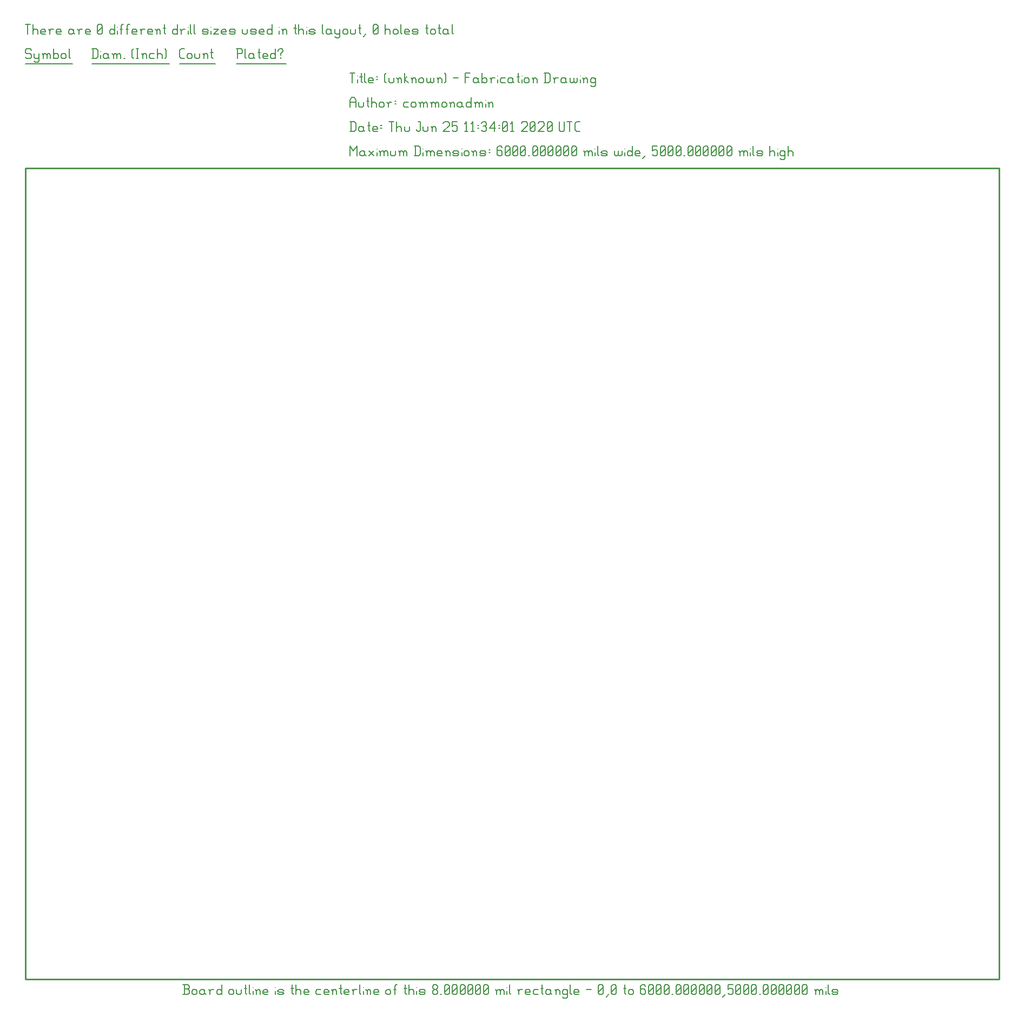
<source format=gbr>
G04 start of page 16 for group -3984 idx -3984 *
G04 Title: (unknown), fab *
G04 Creator: pcb 4.2.0 *
G04 CreationDate: Thu Jun 25 11:34:01 2020 UTC *
G04 For: commonadmin *
G04 Format: Gerber/RS-274X *
G04 PCB-Dimensions (mil): 6000.00 5000.00 *
G04 PCB-Coordinate-Origin: lower left *
%MOIN*%
%FSLAX25Y25*%
%LNFAB*%
%ADD16C,0.0100*%
%ADD15C,0.0075*%
%ADD14C,0.0060*%
G54D14*X3000Y573500D02*X3750Y572750D01*
X750Y573500D02*X3000D01*
X0Y572750D02*X750Y573500D01*
X0Y572750D02*Y571250D01*
X750Y570500D01*
X3000D01*
X3750Y569750D01*
Y568250D01*
X3000Y567500D02*X3750Y568250D01*
X750Y567500D02*X3000D01*
X0Y568250D02*X750Y567500D01*
X5550Y570500D02*Y568250D01*
X6300Y567500D01*
X8550Y570500D02*Y566000D01*
X7800Y565250D02*X8550Y566000D01*
X6300Y565250D02*X7800D01*
X5550Y566000D02*X6300Y565250D01*
Y567500D02*X7800D01*
X8550Y568250D01*
X11100Y569750D02*Y567500D01*
Y569750D02*X11850Y570500D01*
X12600D01*
X13350Y569750D01*
Y567500D01*
Y569750D02*X14100Y570500D01*
X14850D01*
X15600Y569750D01*
Y567500D01*
X10350Y570500D02*X11100Y569750D01*
X17400Y573500D02*Y567500D01*
Y568250D02*X18150Y567500D01*
X19650D01*
X20400Y568250D01*
Y569750D02*Y568250D01*
X19650Y570500D02*X20400Y569750D01*
X18150Y570500D02*X19650D01*
X17400Y569750D02*X18150Y570500D01*
X22200Y569750D02*Y568250D01*
Y569750D02*X22950Y570500D01*
X24450D01*
X25200Y569750D01*
Y568250D01*
X24450Y567500D02*X25200Y568250D01*
X22950Y567500D02*X24450D01*
X22200Y568250D02*X22950Y567500D01*
X27000Y573500D02*Y568250D01*
X27750Y567500D01*
X0Y564250D02*X29250D01*
X41750Y573500D02*Y567500D01*
X43700Y573500D02*X44750Y572450D01*
Y568550D01*
X43700Y567500D02*X44750Y568550D01*
X41000Y567500D02*X43700D01*
X41000Y573500D02*X43700D01*
G54D15*X46550Y572000D02*Y571850D01*
G54D14*Y569750D02*Y567500D01*
X50300Y570500D02*X51050Y569750D01*
X48800Y570500D02*X50300D01*
X48050Y569750D02*X48800Y570500D01*
X48050Y569750D02*Y568250D01*
X48800Y567500D01*
X51050Y570500D02*Y568250D01*
X51800Y567500D01*
X48800D02*X50300D01*
X51050Y568250D01*
X54350Y569750D02*Y567500D01*
Y569750D02*X55100Y570500D01*
X55850D01*
X56600Y569750D01*
Y567500D01*
Y569750D02*X57350Y570500D01*
X58100D01*
X58850Y569750D01*
Y567500D01*
X53600Y570500D02*X54350Y569750D01*
X60650Y567500D02*X61400D01*
X65900Y568250D02*X66650Y567500D01*
X65900Y572750D02*X66650Y573500D01*
X65900Y572750D02*Y568250D01*
X68450Y573500D02*X69950D01*
X69200D02*Y567500D01*
X68450D02*X69950D01*
X72500Y569750D02*Y567500D01*
Y569750D02*X73250Y570500D01*
X74000D01*
X74750Y569750D01*
Y567500D01*
X71750Y570500D02*X72500Y569750D01*
X77300Y570500D02*X79550D01*
X76550Y569750D02*X77300Y570500D01*
X76550Y569750D02*Y568250D01*
X77300Y567500D01*
X79550D01*
X81350Y573500D02*Y567500D01*
Y569750D02*X82100Y570500D01*
X83600D01*
X84350Y569750D01*
Y567500D01*
X86150Y573500D02*X86900Y572750D01*
Y568250D01*
X86150Y567500D02*X86900Y568250D01*
X41000Y564250D02*X88700D01*
X96050Y567500D02*X98000D01*
X95000Y568550D02*X96050Y567500D01*
X95000Y572450D02*Y568550D01*
Y572450D02*X96050Y573500D01*
X98000D01*
X99800Y569750D02*Y568250D01*
Y569750D02*X100550Y570500D01*
X102050D01*
X102800Y569750D01*
Y568250D01*
X102050Y567500D02*X102800Y568250D01*
X100550Y567500D02*X102050D01*
X99800Y568250D02*X100550Y567500D01*
X104600Y570500D02*Y568250D01*
X105350Y567500D01*
X106850D01*
X107600Y568250D01*
Y570500D02*Y568250D01*
X110150Y569750D02*Y567500D01*
Y569750D02*X110900Y570500D01*
X111650D01*
X112400Y569750D01*
Y567500D01*
X109400Y570500D02*X110150Y569750D01*
X114950Y573500D02*Y568250D01*
X115700Y567500D01*
X114200Y571250D02*X115700D01*
X95000Y564250D02*X117200D01*
X130750Y573500D02*Y567500D01*
X130000Y573500D02*X133000D01*
X133750Y572750D01*
Y571250D01*
X133000Y570500D02*X133750Y571250D01*
X130750Y570500D02*X133000D01*
X135550Y573500D02*Y568250D01*
X136300Y567500D01*
X140050Y570500D02*X140800Y569750D01*
X138550Y570500D02*X140050D01*
X137800Y569750D02*X138550Y570500D01*
X137800Y569750D02*Y568250D01*
X138550Y567500D01*
X140800Y570500D02*Y568250D01*
X141550Y567500D01*
X138550D02*X140050D01*
X140800Y568250D01*
X144100Y573500D02*Y568250D01*
X144850Y567500D01*
X143350Y571250D02*X144850D01*
X147100Y567500D02*X149350D01*
X146350Y568250D02*X147100Y567500D01*
X146350Y569750D02*Y568250D01*
Y569750D02*X147100Y570500D01*
X148600D01*
X149350Y569750D01*
X146350Y569000D02*X149350D01*
Y569750D02*Y569000D01*
X154150Y573500D02*Y567500D01*
X153400D02*X154150Y568250D01*
X151900Y567500D02*X153400D01*
X151150Y568250D02*X151900Y567500D01*
X151150Y569750D02*Y568250D01*
Y569750D02*X151900Y570500D01*
X153400D01*
X154150Y569750D01*
X157450Y570500D02*Y569750D01*
Y568250D02*Y567500D01*
X155950Y572750D02*Y572000D01*
Y572750D02*X156700Y573500D01*
X158200D01*
X158950Y572750D01*
Y572000D01*
X157450Y570500D02*X158950Y572000D01*
X130000Y564250D02*X160750D01*
X0Y588500D02*X3000D01*
X1500D02*Y582500D01*
X4800Y588500D02*Y582500D01*
Y584750D02*X5550Y585500D01*
X7050D01*
X7800Y584750D01*
Y582500D01*
X10350D02*X12600D01*
X9600Y583250D02*X10350Y582500D01*
X9600Y584750D02*Y583250D01*
Y584750D02*X10350Y585500D01*
X11850D01*
X12600Y584750D01*
X9600Y584000D02*X12600D01*
Y584750D02*Y584000D01*
X15150Y584750D02*Y582500D01*
Y584750D02*X15900Y585500D01*
X17400D01*
X14400D02*X15150Y584750D01*
X19950Y582500D02*X22200D01*
X19200Y583250D02*X19950Y582500D01*
X19200Y584750D02*Y583250D01*
Y584750D02*X19950Y585500D01*
X21450D01*
X22200Y584750D01*
X19200Y584000D02*X22200D01*
Y584750D02*Y584000D01*
X28950Y585500D02*X29700Y584750D01*
X27450Y585500D02*X28950D01*
X26700Y584750D02*X27450Y585500D01*
X26700Y584750D02*Y583250D01*
X27450Y582500D01*
X29700Y585500D02*Y583250D01*
X30450Y582500D01*
X27450D02*X28950D01*
X29700Y583250D01*
X33000Y584750D02*Y582500D01*
Y584750D02*X33750Y585500D01*
X35250D01*
X32250D02*X33000Y584750D01*
X37800Y582500D02*X40050D01*
X37050Y583250D02*X37800Y582500D01*
X37050Y584750D02*Y583250D01*
Y584750D02*X37800Y585500D01*
X39300D01*
X40050Y584750D01*
X37050Y584000D02*X40050D01*
Y584750D02*Y584000D01*
X44550Y583250D02*X45300Y582500D01*
X44550Y587750D02*Y583250D01*
Y587750D02*X45300Y588500D01*
X46800D01*
X47550Y587750D01*
Y583250D01*
X46800Y582500D02*X47550Y583250D01*
X45300Y582500D02*X46800D01*
X44550Y584000D02*X47550Y587000D01*
X55050Y588500D02*Y582500D01*
X54300D02*X55050Y583250D01*
X52800Y582500D02*X54300D01*
X52050Y583250D02*X52800Y582500D01*
X52050Y584750D02*Y583250D01*
Y584750D02*X52800Y585500D01*
X54300D01*
X55050Y584750D01*
G54D15*X56850Y587000D02*Y586850D01*
G54D14*Y584750D02*Y582500D01*
X59100Y587750D02*Y582500D01*
Y587750D02*X59850Y588500D01*
X60600D01*
X58350Y585500D02*X59850D01*
X62850Y587750D02*Y582500D01*
Y587750D02*X63600Y588500D01*
X64350D01*
X62100Y585500D02*X63600D01*
X66600Y582500D02*X68850D01*
X65850Y583250D02*X66600Y582500D01*
X65850Y584750D02*Y583250D01*
Y584750D02*X66600Y585500D01*
X68100D01*
X68850Y584750D01*
X65850Y584000D02*X68850D01*
Y584750D02*Y584000D01*
X71400Y584750D02*Y582500D01*
Y584750D02*X72150Y585500D01*
X73650D01*
X70650D02*X71400Y584750D01*
X76200Y582500D02*X78450D01*
X75450Y583250D02*X76200Y582500D01*
X75450Y584750D02*Y583250D01*
Y584750D02*X76200Y585500D01*
X77700D01*
X78450Y584750D01*
X75450Y584000D02*X78450D01*
Y584750D02*Y584000D01*
X81000Y584750D02*Y582500D01*
Y584750D02*X81750Y585500D01*
X82500D01*
X83250Y584750D01*
Y582500D01*
X80250Y585500D02*X81000Y584750D01*
X85800Y588500D02*Y583250D01*
X86550Y582500D01*
X85050Y586250D02*X86550D01*
X93750Y588500D02*Y582500D01*
X93000D02*X93750Y583250D01*
X91500Y582500D02*X93000D01*
X90750Y583250D02*X91500Y582500D01*
X90750Y584750D02*Y583250D01*
Y584750D02*X91500Y585500D01*
X93000D01*
X93750Y584750D01*
X96300D02*Y582500D01*
Y584750D02*X97050Y585500D01*
X98550D01*
X95550D02*X96300Y584750D01*
G54D15*X100350Y587000D02*Y586850D01*
G54D14*Y584750D02*Y582500D01*
X101850Y588500D02*Y583250D01*
X102600Y582500D01*
X104100Y588500D02*Y583250D01*
X104850Y582500D01*
X109800D02*X112050D01*
X112800Y583250D01*
X112050Y584000D02*X112800Y583250D01*
X109800Y584000D02*X112050D01*
X109050Y584750D02*X109800Y584000D01*
X109050Y584750D02*X109800Y585500D01*
X112050D01*
X112800Y584750D01*
X109050Y583250D02*X109800Y582500D01*
G54D15*X114600Y587000D02*Y586850D01*
G54D14*Y584750D02*Y582500D01*
X116100Y585500D02*X119100D01*
X116100Y582500D02*X119100Y585500D01*
X116100Y582500D02*X119100D01*
X121650D02*X123900D01*
X120900Y583250D02*X121650Y582500D01*
X120900Y584750D02*Y583250D01*
Y584750D02*X121650Y585500D01*
X123150D01*
X123900Y584750D01*
X120900Y584000D02*X123900D01*
Y584750D02*Y584000D01*
X126450Y582500D02*X128700D01*
X129450Y583250D01*
X128700Y584000D02*X129450Y583250D01*
X126450Y584000D02*X128700D01*
X125700Y584750D02*X126450Y584000D01*
X125700Y584750D02*X126450Y585500D01*
X128700D01*
X129450Y584750D01*
X125700Y583250D02*X126450Y582500D01*
X133950Y585500D02*Y583250D01*
X134700Y582500D01*
X136200D01*
X136950Y583250D01*
Y585500D02*Y583250D01*
X139500Y582500D02*X141750D01*
X142500Y583250D01*
X141750Y584000D02*X142500Y583250D01*
X139500Y584000D02*X141750D01*
X138750Y584750D02*X139500Y584000D01*
X138750Y584750D02*X139500Y585500D01*
X141750D01*
X142500Y584750D01*
X138750Y583250D02*X139500Y582500D01*
X145050D02*X147300D01*
X144300Y583250D02*X145050Y582500D01*
X144300Y584750D02*Y583250D01*
Y584750D02*X145050Y585500D01*
X146550D01*
X147300Y584750D01*
X144300Y584000D02*X147300D01*
Y584750D02*Y584000D01*
X152100Y588500D02*Y582500D01*
X151350D02*X152100Y583250D01*
X149850Y582500D02*X151350D01*
X149100Y583250D02*X149850Y582500D01*
X149100Y584750D02*Y583250D01*
Y584750D02*X149850Y585500D01*
X151350D01*
X152100Y584750D01*
G54D15*X156600Y587000D02*Y586850D01*
G54D14*Y584750D02*Y582500D01*
X158850Y584750D02*Y582500D01*
Y584750D02*X159600Y585500D01*
X160350D01*
X161100Y584750D01*
Y582500D01*
X158100Y585500D02*X158850Y584750D01*
X166350Y588500D02*Y583250D01*
X167100Y582500D01*
X165600Y586250D02*X167100D01*
X168600Y588500D02*Y582500D01*
Y584750D02*X169350Y585500D01*
X170850D01*
X171600Y584750D01*
Y582500D01*
G54D15*X173400Y587000D02*Y586850D01*
G54D14*Y584750D02*Y582500D01*
X175650D02*X177900D01*
X178650Y583250D01*
X177900Y584000D02*X178650Y583250D01*
X175650Y584000D02*X177900D01*
X174900Y584750D02*X175650Y584000D01*
X174900Y584750D02*X175650Y585500D01*
X177900D01*
X178650Y584750D01*
X174900Y583250D02*X175650Y582500D01*
X183150Y588500D02*Y583250D01*
X183900Y582500D01*
X187650Y585500D02*X188400Y584750D01*
X186150Y585500D02*X187650D01*
X185400Y584750D02*X186150Y585500D01*
X185400Y584750D02*Y583250D01*
X186150Y582500D01*
X188400Y585500D02*Y583250D01*
X189150Y582500D01*
X186150D02*X187650D01*
X188400Y583250D01*
X190950Y585500D02*Y583250D01*
X191700Y582500D01*
X193950Y585500D02*Y581000D01*
X193200Y580250D02*X193950Y581000D01*
X191700Y580250D02*X193200D01*
X190950Y581000D02*X191700Y580250D01*
Y582500D02*X193200D01*
X193950Y583250D01*
X195750Y584750D02*Y583250D01*
Y584750D02*X196500Y585500D01*
X198000D01*
X198750Y584750D01*
Y583250D01*
X198000Y582500D02*X198750Y583250D01*
X196500Y582500D02*X198000D01*
X195750Y583250D02*X196500Y582500D01*
X200550Y585500D02*Y583250D01*
X201300Y582500D01*
X202800D01*
X203550Y583250D01*
Y585500D02*Y583250D01*
X206100Y588500D02*Y583250D01*
X206850Y582500D01*
X205350Y586250D02*X206850D01*
X208350Y581000D02*X209850Y582500D01*
X214350Y583250D02*X215100Y582500D01*
X214350Y587750D02*Y583250D01*
Y587750D02*X215100Y588500D01*
X216600D01*
X217350Y587750D01*
Y583250D01*
X216600Y582500D02*X217350Y583250D01*
X215100Y582500D02*X216600D01*
X214350Y584000D02*X217350Y587000D01*
X221850Y588500D02*Y582500D01*
Y584750D02*X222600Y585500D01*
X224100D01*
X224850Y584750D01*
Y582500D01*
X226650Y584750D02*Y583250D01*
Y584750D02*X227400Y585500D01*
X228900D01*
X229650Y584750D01*
Y583250D01*
X228900Y582500D02*X229650Y583250D01*
X227400Y582500D02*X228900D01*
X226650Y583250D02*X227400Y582500D01*
X231450Y588500D02*Y583250D01*
X232200Y582500D01*
X234450D02*X236700D01*
X233700Y583250D02*X234450Y582500D01*
X233700Y584750D02*Y583250D01*
Y584750D02*X234450Y585500D01*
X235950D01*
X236700Y584750D01*
X233700Y584000D02*X236700D01*
Y584750D02*Y584000D01*
X239250Y582500D02*X241500D01*
X242250Y583250D01*
X241500Y584000D02*X242250Y583250D01*
X239250Y584000D02*X241500D01*
X238500Y584750D02*X239250Y584000D01*
X238500Y584750D02*X239250Y585500D01*
X241500D01*
X242250Y584750D01*
X238500Y583250D02*X239250Y582500D01*
X247500Y588500D02*Y583250D01*
X248250Y582500D01*
X246750Y586250D02*X248250D01*
X249750Y584750D02*Y583250D01*
Y584750D02*X250500Y585500D01*
X252000D01*
X252750Y584750D01*
Y583250D01*
X252000Y582500D02*X252750Y583250D01*
X250500Y582500D02*X252000D01*
X249750Y583250D02*X250500Y582500D01*
X255300Y588500D02*Y583250D01*
X256050Y582500D01*
X254550Y586250D02*X256050D01*
X259800Y585500D02*X260550Y584750D01*
X258300Y585500D02*X259800D01*
X257550Y584750D02*X258300Y585500D01*
X257550Y584750D02*Y583250D01*
X258300Y582500D01*
X260550Y585500D02*Y583250D01*
X261300Y582500D01*
X258300D02*X259800D01*
X260550Y583250D01*
X263100Y588500D02*Y583250D01*
X263850Y582500D01*
G54D16*X0Y500000D02*X600000D01*
X0D02*Y0D01*
X600000Y500000D02*Y0D01*
X0D02*X600000D01*
G54D14*X200000Y513500D02*Y507500D01*
Y513500D02*X202250Y510500D01*
X204500Y513500D01*
Y507500D01*
X208550Y510500D02*X209300Y509750D01*
X207050Y510500D02*X208550D01*
X206300Y509750D02*X207050Y510500D01*
X206300Y509750D02*Y508250D01*
X207050Y507500D01*
X209300Y510500D02*Y508250D01*
X210050Y507500D01*
X207050D02*X208550D01*
X209300Y508250D01*
X211850Y510500D02*X214850Y507500D01*
X211850D02*X214850Y510500D01*
G54D15*X216650Y512000D02*Y511850D01*
G54D14*Y509750D02*Y507500D01*
X218900Y509750D02*Y507500D01*
Y509750D02*X219650Y510500D01*
X220400D01*
X221150Y509750D01*
Y507500D01*
Y509750D02*X221900Y510500D01*
X222650D01*
X223400Y509750D01*
Y507500D01*
X218150Y510500D02*X218900Y509750D01*
X225200Y510500D02*Y508250D01*
X225950Y507500D01*
X227450D01*
X228200Y508250D01*
Y510500D02*Y508250D01*
X230750Y509750D02*Y507500D01*
Y509750D02*X231500Y510500D01*
X232250D01*
X233000Y509750D01*
Y507500D01*
Y509750D02*X233750Y510500D01*
X234500D01*
X235250Y509750D01*
Y507500D01*
X230000Y510500D02*X230750Y509750D01*
X240500Y513500D02*Y507500D01*
X242450Y513500D02*X243500Y512450D01*
Y508550D01*
X242450Y507500D02*X243500Y508550D01*
X239750Y507500D02*X242450D01*
X239750Y513500D02*X242450D01*
G54D15*X245300Y512000D02*Y511850D01*
G54D14*Y509750D02*Y507500D01*
X247550Y509750D02*Y507500D01*
Y509750D02*X248300Y510500D01*
X249050D01*
X249800Y509750D01*
Y507500D01*
Y509750D02*X250550Y510500D01*
X251300D01*
X252050Y509750D01*
Y507500D01*
X246800Y510500D02*X247550Y509750D01*
X254600Y507500D02*X256850D01*
X253850Y508250D02*X254600Y507500D01*
X253850Y509750D02*Y508250D01*
Y509750D02*X254600Y510500D01*
X256100D01*
X256850Y509750D01*
X253850Y509000D02*X256850D01*
Y509750D02*Y509000D01*
X259400Y509750D02*Y507500D01*
Y509750D02*X260150Y510500D01*
X260900D01*
X261650Y509750D01*
Y507500D01*
X258650Y510500D02*X259400Y509750D01*
X264200Y507500D02*X266450D01*
X267200Y508250D01*
X266450Y509000D02*X267200Y508250D01*
X264200Y509000D02*X266450D01*
X263450Y509750D02*X264200Y509000D01*
X263450Y509750D02*X264200Y510500D01*
X266450D01*
X267200Y509750D01*
X263450Y508250D02*X264200Y507500D01*
G54D15*X269000Y512000D02*Y511850D01*
G54D14*Y509750D02*Y507500D01*
X270500Y509750D02*Y508250D01*
Y509750D02*X271250Y510500D01*
X272750D01*
X273500Y509750D01*
Y508250D01*
X272750Y507500D02*X273500Y508250D01*
X271250Y507500D02*X272750D01*
X270500Y508250D02*X271250Y507500D01*
X276050Y509750D02*Y507500D01*
Y509750D02*X276800Y510500D01*
X277550D01*
X278300Y509750D01*
Y507500D01*
X275300Y510500D02*X276050Y509750D01*
X280850Y507500D02*X283100D01*
X283850Y508250D01*
X283100Y509000D02*X283850Y508250D01*
X280850Y509000D02*X283100D01*
X280100Y509750D02*X280850Y509000D01*
X280100Y509750D02*X280850Y510500D01*
X283100D01*
X283850Y509750D01*
X280100Y508250D02*X280850Y507500D01*
X285650Y511250D02*X286400D01*
X285650Y509750D02*X286400D01*
X293150Y513500D02*X293900Y512750D01*
X291650Y513500D02*X293150D01*
X290900Y512750D02*X291650Y513500D01*
X290900Y512750D02*Y508250D01*
X291650Y507500D01*
X293150Y510800D02*X293900Y510050D01*
X290900Y510800D02*X293150D01*
X291650Y507500D02*X293150D01*
X293900Y508250D01*
Y510050D02*Y508250D01*
X295700D02*X296450Y507500D01*
X295700Y512750D02*Y508250D01*
Y512750D02*X296450Y513500D01*
X297950D01*
X298700Y512750D01*
Y508250D01*
X297950Y507500D02*X298700Y508250D01*
X296450Y507500D02*X297950D01*
X295700Y509000D02*X298700Y512000D01*
X300500Y508250D02*X301250Y507500D01*
X300500Y512750D02*Y508250D01*
Y512750D02*X301250Y513500D01*
X302750D01*
X303500Y512750D01*
Y508250D01*
X302750Y507500D02*X303500Y508250D01*
X301250Y507500D02*X302750D01*
X300500Y509000D02*X303500Y512000D01*
X305300Y508250D02*X306050Y507500D01*
X305300Y512750D02*Y508250D01*
Y512750D02*X306050Y513500D01*
X307550D01*
X308300Y512750D01*
Y508250D01*
X307550Y507500D02*X308300Y508250D01*
X306050Y507500D02*X307550D01*
X305300Y509000D02*X308300Y512000D01*
X310100Y507500D02*X310850D01*
X312650Y508250D02*X313400Y507500D01*
X312650Y512750D02*Y508250D01*
Y512750D02*X313400Y513500D01*
X314900D01*
X315650Y512750D01*
Y508250D01*
X314900Y507500D02*X315650Y508250D01*
X313400Y507500D02*X314900D01*
X312650Y509000D02*X315650Y512000D01*
X317450Y508250D02*X318200Y507500D01*
X317450Y512750D02*Y508250D01*
Y512750D02*X318200Y513500D01*
X319700D01*
X320450Y512750D01*
Y508250D01*
X319700Y507500D02*X320450Y508250D01*
X318200Y507500D02*X319700D01*
X317450Y509000D02*X320450Y512000D01*
X322250Y508250D02*X323000Y507500D01*
X322250Y512750D02*Y508250D01*
Y512750D02*X323000Y513500D01*
X324500D01*
X325250Y512750D01*
Y508250D01*
X324500Y507500D02*X325250Y508250D01*
X323000Y507500D02*X324500D01*
X322250Y509000D02*X325250Y512000D01*
X327050Y508250D02*X327800Y507500D01*
X327050Y512750D02*Y508250D01*
Y512750D02*X327800Y513500D01*
X329300D01*
X330050Y512750D01*
Y508250D01*
X329300Y507500D02*X330050Y508250D01*
X327800Y507500D02*X329300D01*
X327050Y509000D02*X330050Y512000D01*
X331850Y508250D02*X332600Y507500D01*
X331850Y512750D02*Y508250D01*
Y512750D02*X332600Y513500D01*
X334100D01*
X334850Y512750D01*
Y508250D01*
X334100Y507500D02*X334850Y508250D01*
X332600Y507500D02*X334100D01*
X331850Y509000D02*X334850Y512000D01*
X336650Y508250D02*X337400Y507500D01*
X336650Y512750D02*Y508250D01*
Y512750D02*X337400Y513500D01*
X338900D01*
X339650Y512750D01*
Y508250D01*
X338900Y507500D02*X339650Y508250D01*
X337400Y507500D02*X338900D01*
X336650Y509000D02*X339650Y512000D01*
X344900Y509750D02*Y507500D01*
Y509750D02*X345650Y510500D01*
X346400D01*
X347150Y509750D01*
Y507500D01*
Y509750D02*X347900Y510500D01*
X348650D01*
X349400Y509750D01*
Y507500D01*
X344150Y510500D02*X344900Y509750D01*
G54D15*X351200Y512000D02*Y511850D01*
G54D14*Y509750D02*Y507500D01*
X352700Y513500D02*Y508250D01*
X353450Y507500D01*
X355700D02*X357950D01*
X358700Y508250D01*
X357950Y509000D02*X358700Y508250D01*
X355700Y509000D02*X357950D01*
X354950Y509750D02*X355700Y509000D01*
X354950Y509750D02*X355700Y510500D01*
X357950D01*
X358700Y509750D01*
X354950Y508250D02*X355700Y507500D01*
X363200Y510500D02*Y508250D01*
X363950Y507500D01*
X364700D01*
X365450Y508250D01*
Y510500D02*Y508250D01*
X366200Y507500D01*
X366950D01*
X367700Y508250D01*
Y510500D02*Y508250D01*
G54D15*X369500Y512000D02*Y511850D01*
G54D14*Y509750D02*Y507500D01*
X374000Y513500D02*Y507500D01*
X373250D02*X374000Y508250D01*
X371750Y507500D02*X373250D01*
X371000Y508250D02*X371750Y507500D01*
X371000Y509750D02*Y508250D01*
Y509750D02*X371750Y510500D01*
X373250D01*
X374000Y509750D01*
X376550Y507500D02*X378800D01*
X375800Y508250D02*X376550Y507500D01*
X375800Y509750D02*Y508250D01*
Y509750D02*X376550Y510500D01*
X378050D01*
X378800Y509750D01*
X375800Y509000D02*X378800D01*
Y509750D02*Y509000D01*
X380600Y506000D02*X382100Y507500D01*
X386600Y513500D02*X389600D01*
X386600D02*Y510500D01*
X387350Y511250D01*
X388850D01*
X389600Y510500D01*
Y508250D01*
X388850Y507500D02*X389600Y508250D01*
X387350Y507500D02*X388850D01*
X386600Y508250D02*X387350Y507500D01*
X391400Y508250D02*X392150Y507500D01*
X391400Y512750D02*Y508250D01*
Y512750D02*X392150Y513500D01*
X393650D01*
X394400Y512750D01*
Y508250D01*
X393650Y507500D02*X394400Y508250D01*
X392150Y507500D02*X393650D01*
X391400Y509000D02*X394400Y512000D01*
X396200Y508250D02*X396950Y507500D01*
X396200Y512750D02*Y508250D01*
Y512750D02*X396950Y513500D01*
X398450D01*
X399200Y512750D01*
Y508250D01*
X398450Y507500D02*X399200Y508250D01*
X396950Y507500D02*X398450D01*
X396200Y509000D02*X399200Y512000D01*
X401000Y508250D02*X401750Y507500D01*
X401000Y512750D02*Y508250D01*
Y512750D02*X401750Y513500D01*
X403250D01*
X404000Y512750D01*
Y508250D01*
X403250Y507500D02*X404000Y508250D01*
X401750Y507500D02*X403250D01*
X401000Y509000D02*X404000Y512000D01*
X405800Y507500D02*X406550D01*
X408350Y508250D02*X409100Y507500D01*
X408350Y512750D02*Y508250D01*
Y512750D02*X409100Y513500D01*
X410600D01*
X411350Y512750D01*
Y508250D01*
X410600Y507500D02*X411350Y508250D01*
X409100Y507500D02*X410600D01*
X408350Y509000D02*X411350Y512000D01*
X413150Y508250D02*X413900Y507500D01*
X413150Y512750D02*Y508250D01*
Y512750D02*X413900Y513500D01*
X415400D01*
X416150Y512750D01*
Y508250D01*
X415400Y507500D02*X416150Y508250D01*
X413900Y507500D02*X415400D01*
X413150Y509000D02*X416150Y512000D01*
X417950Y508250D02*X418700Y507500D01*
X417950Y512750D02*Y508250D01*
Y512750D02*X418700Y513500D01*
X420200D01*
X420950Y512750D01*
Y508250D01*
X420200Y507500D02*X420950Y508250D01*
X418700Y507500D02*X420200D01*
X417950Y509000D02*X420950Y512000D01*
X422750Y508250D02*X423500Y507500D01*
X422750Y512750D02*Y508250D01*
Y512750D02*X423500Y513500D01*
X425000D01*
X425750Y512750D01*
Y508250D01*
X425000Y507500D02*X425750Y508250D01*
X423500Y507500D02*X425000D01*
X422750Y509000D02*X425750Y512000D01*
X427550Y508250D02*X428300Y507500D01*
X427550Y512750D02*Y508250D01*
Y512750D02*X428300Y513500D01*
X429800D01*
X430550Y512750D01*
Y508250D01*
X429800Y507500D02*X430550Y508250D01*
X428300Y507500D02*X429800D01*
X427550Y509000D02*X430550Y512000D01*
X432350Y508250D02*X433100Y507500D01*
X432350Y512750D02*Y508250D01*
Y512750D02*X433100Y513500D01*
X434600D01*
X435350Y512750D01*
Y508250D01*
X434600Y507500D02*X435350Y508250D01*
X433100Y507500D02*X434600D01*
X432350Y509000D02*X435350Y512000D01*
X440600Y509750D02*Y507500D01*
Y509750D02*X441350Y510500D01*
X442100D01*
X442850Y509750D01*
Y507500D01*
Y509750D02*X443600Y510500D01*
X444350D01*
X445100Y509750D01*
Y507500D01*
X439850Y510500D02*X440600Y509750D01*
G54D15*X446900Y512000D02*Y511850D01*
G54D14*Y509750D02*Y507500D01*
X448400Y513500D02*Y508250D01*
X449150Y507500D01*
X451400D02*X453650D01*
X454400Y508250D01*
X453650Y509000D02*X454400Y508250D01*
X451400Y509000D02*X453650D01*
X450650Y509750D02*X451400Y509000D01*
X450650Y509750D02*X451400Y510500D01*
X453650D01*
X454400Y509750D01*
X450650Y508250D02*X451400Y507500D01*
X458900Y513500D02*Y507500D01*
Y509750D02*X459650Y510500D01*
X461150D01*
X461900Y509750D01*
Y507500D01*
G54D15*X463700Y512000D02*Y511850D01*
G54D14*Y509750D02*Y507500D01*
X467450Y510500D02*X468200Y509750D01*
X465950Y510500D02*X467450D01*
X465200Y509750D02*X465950Y510500D01*
X465200Y509750D02*Y508250D01*
X465950Y507500D01*
X467450D01*
X468200Y508250D01*
X465200Y506000D02*X465950Y505250D01*
X467450D01*
X468200Y506000D01*
Y510500D02*Y506000D01*
X470000Y513500D02*Y507500D01*
Y509750D02*X470750Y510500D01*
X472250D01*
X473000Y509750D01*
Y507500D01*
X97275Y-9500D02*X100275D01*
X101025Y-8750D01*
Y-6950D02*Y-8750D01*
X100275Y-6200D02*X101025Y-6950D01*
X98025Y-6200D02*X100275D01*
X98025Y-3500D02*Y-9500D01*
X97275Y-3500D02*X100275D01*
X101025Y-4250D01*
Y-5450D01*
X100275Y-6200D02*X101025Y-5450D01*
X102825Y-7250D02*Y-8750D01*
Y-7250D02*X103575Y-6500D01*
X105075D01*
X105825Y-7250D01*
Y-8750D01*
X105075Y-9500D02*X105825Y-8750D01*
X103575Y-9500D02*X105075D01*
X102825Y-8750D02*X103575Y-9500D01*
X109875Y-6500D02*X110625Y-7250D01*
X108375Y-6500D02*X109875D01*
X107625Y-7250D02*X108375Y-6500D01*
X107625Y-7250D02*Y-8750D01*
X108375Y-9500D01*
X110625Y-6500D02*Y-8750D01*
X111375Y-9500D01*
X108375D02*X109875D01*
X110625Y-8750D01*
X113925Y-7250D02*Y-9500D01*
Y-7250D02*X114675Y-6500D01*
X116175D01*
X113175D02*X113925Y-7250D01*
X120975Y-3500D02*Y-9500D01*
X120225D02*X120975Y-8750D01*
X118725Y-9500D02*X120225D01*
X117975Y-8750D02*X118725Y-9500D01*
X117975Y-7250D02*Y-8750D01*
Y-7250D02*X118725Y-6500D01*
X120225D01*
X120975Y-7250D01*
X125475D02*Y-8750D01*
Y-7250D02*X126225Y-6500D01*
X127725D01*
X128475Y-7250D01*
Y-8750D01*
X127725Y-9500D02*X128475Y-8750D01*
X126225Y-9500D02*X127725D01*
X125475Y-8750D02*X126225Y-9500D01*
X130275Y-6500D02*Y-8750D01*
X131025Y-9500D01*
X132525D01*
X133275Y-8750D01*
Y-6500D02*Y-8750D01*
X135825Y-3500D02*Y-8750D01*
X136575Y-9500D01*
X135075Y-5750D02*X136575D01*
X138075Y-3500D02*Y-8750D01*
X138825Y-9500D01*
G54D15*X140325Y-5000D02*Y-5150D01*
G54D14*Y-7250D02*Y-9500D01*
X142575Y-7250D02*Y-9500D01*
Y-7250D02*X143325Y-6500D01*
X144075D01*
X144825Y-7250D01*
Y-9500D01*
X141825Y-6500D02*X142575Y-7250D01*
X147375Y-9500D02*X149625D01*
X146625Y-8750D02*X147375Y-9500D01*
X146625Y-7250D02*Y-8750D01*
Y-7250D02*X147375Y-6500D01*
X148875D01*
X149625Y-7250D01*
X146625Y-8000D02*X149625D01*
Y-7250D02*Y-8000D01*
G54D15*X154125Y-5000D02*Y-5150D01*
G54D14*Y-7250D02*Y-9500D01*
X156375D02*X158625D01*
X159375Y-8750D01*
X158625Y-8000D02*X159375Y-8750D01*
X156375Y-8000D02*X158625D01*
X155625Y-7250D02*X156375Y-8000D01*
X155625Y-7250D02*X156375Y-6500D01*
X158625D01*
X159375Y-7250D01*
X155625Y-8750D02*X156375Y-9500D01*
X164625Y-3500D02*Y-8750D01*
X165375Y-9500D01*
X163875Y-5750D02*X165375D01*
X166875Y-3500D02*Y-9500D01*
Y-7250D02*X167625Y-6500D01*
X169125D01*
X169875Y-7250D01*
Y-9500D01*
X172425D02*X174675D01*
X171675Y-8750D02*X172425Y-9500D01*
X171675Y-7250D02*Y-8750D01*
Y-7250D02*X172425Y-6500D01*
X173925D01*
X174675Y-7250D01*
X171675Y-8000D02*X174675D01*
Y-7250D02*Y-8000D01*
X179925Y-6500D02*X182175D01*
X179175Y-7250D02*X179925Y-6500D01*
X179175Y-7250D02*Y-8750D01*
X179925Y-9500D01*
X182175D01*
X184725D02*X186975D01*
X183975Y-8750D02*X184725Y-9500D01*
X183975Y-7250D02*Y-8750D01*
Y-7250D02*X184725Y-6500D01*
X186225D01*
X186975Y-7250D01*
X183975Y-8000D02*X186975D01*
Y-7250D02*Y-8000D01*
X189525Y-7250D02*Y-9500D01*
Y-7250D02*X190275Y-6500D01*
X191025D01*
X191775Y-7250D01*
Y-9500D01*
X188775Y-6500D02*X189525Y-7250D01*
X194325Y-3500D02*Y-8750D01*
X195075Y-9500D01*
X193575Y-5750D02*X195075D01*
X197325Y-9500D02*X199575D01*
X196575Y-8750D02*X197325Y-9500D01*
X196575Y-7250D02*Y-8750D01*
Y-7250D02*X197325Y-6500D01*
X198825D01*
X199575Y-7250D01*
X196575Y-8000D02*X199575D01*
Y-7250D02*Y-8000D01*
X202125Y-7250D02*Y-9500D01*
Y-7250D02*X202875Y-6500D01*
X204375D01*
X201375D02*X202125Y-7250D01*
X206175Y-3500D02*Y-8750D01*
X206925Y-9500D01*
G54D15*X208425Y-5000D02*Y-5150D01*
G54D14*Y-7250D02*Y-9500D01*
X210675Y-7250D02*Y-9500D01*
Y-7250D02*X211425Y-6500D01*
X212175D01*
X212925Y-7250D01*
Y-9500D01*
X209925Y-6500D02*X210675Y-7250D01*
X215475Y-9500D02*X217725D01*
X214725Y-8750D02*X215475Y-9500D01*
X214725Y-7250D02*Y-8750D01*
Y-7250D02*X215475Y-6500D01*
X216975D01*
X217725Y-7250D01*
X214725Y-8000D02*X217725D01*
Y-7250D02*Y-8000D01*
X222225Y-7250D02*Y-8750D01*
Y-7250D02*X222975Y-6500D01*
X224475D01*
X225225Y-7250D01*
Y-8750D01*
X224475Y-9500D02*X225225Y-8750D01*
X222975Y-9500D02*X224475D01*
X222225Y-8750D02*X222975Y-9500D01*
X227775Y-4250D02*Y-9500D01*
Y-4250D02*X228525Y-3500D01*
X229275D01*
X227025Y-6500D02*X228525D01*
X234225Y-3500D02*Y-8750D01*
X234975Y-9500D01*
X233475Y-5750D02*X234975D01*
X236475Y-3500D02*Y-9500D01*
Y-7250D02*X237225Y-6500D01*
X238725D01*
X239475Y-7250D01*
Y-9500D01*
G54D15*X241275Y-5000D02*Y-5150D01*
G54D14*Y-7250D02*Y-9500D01*
X243525D02*X245775D01*
X246525Y-8750D01*
X245775Y-8000D02*X246525Y-8750D01*
X243525Y-8000D02*X245775D01*
X242775Y-7250D02*X243525Y-8000D01*
X242775Y-7250D02*X243525Y-6500D01*
X245775D01*
X246525Y-7250D01*
X242775Y-8750D02*X243525Y-9500D01*
X251025Y-8750D02*X251775Y-9500D01*
X251025Y-7550D02*Y-8750D01*
Y-7550D02*X252075Y-6500D01*
X252975D01*
X254025Y-7550D01*
Y-8750D01*
X253275Y-9500D02*X254025Y-8750D01*
X251775Y-9500D02*X253275D01*
X251025Y-5450D02*X252075Y-6500D01*
X251025Y-4250D02*Y-5450D01*
Y-4250D02*X251775Y-3500D01*
X253275D01*
X254025Y-4250D01*
Y-5450D01*
X252975Y-6500D02*X254025Y-5450D01*
X255825Y-9500D02*X256575D01*
X258375Y-8750D02*X259125Y-9500D01*
X258375Y-4250D02*Y-8750D01*
Y-4250D02*X259125Y-3500D01*
X260625D01*
X261375Y-4250D01*
Y-8750D01*
X260625Y-9500D02*X261375Y-8750D01*
X259125Y-9500D02*X260625D01*
X258375Y-8000D02*X261375Y-5000D01*
X263175Y-8750D02*X263925Y-9500D01*
X263175Y-4250D02*Y-8750D01*
Y-4250D02*X263925Y-3500D01*
X265425D01*
X266175Y-4250D01*
Y-8750D01*
X265425Y-9500D02*X266175Y-8750D01*
X263925Y-9500D02*X265425D01*
X263175Y-8000D02*X266175Y-5000D01*
X267975Y-8750D02*X268725Y-9500D01*
X267975Y-4250D02*Y-8750D01*
Y-4250D02*X268725Y-3500D01*
X270225D01*
X270975Y-4250D01*
Y-8750D01*
X270225Y-9500D02*X270975Y-8750D01*
X268725Y-9500D02*X270225D01*
X267975Y-8000D02*X270975Y-5000D01*
X272775Y-8750D02*X273525Y-9500D01*
X272775Y-4250D02*Y-8750D01*
Y-4250D02*X273525Y-3500D01*
X275025D01*
X275775Y-4250D01*
Y-8750D01*
X275025Y-9500D02*X275775Y-8750D01*
X273525Y-9500D02*X275025D01*
X272775Y-8000D02*X275775Y-5000D01*
X277575Y-8750D02*X278325Y-9500D01*
X277575Y-4250D02*Y-8750D01*
Y-4250D02*X278325Y-3500D01*
X279825D01*
X280575Y-4250D01*
Y-8750D01*
X279825Y-9500D02*X280575Y-8750D01*
X278325Y-9500D02*X279825D01*
X277575Y-8000D02*X280575Y-5000D01*
X282375Y-8750D02*X283125Y-9500D01*
X282375Y-4250D02*Y-8750D01*
Y-4250D02*X283125Y-3500D01*
X284625D01*
X285375Y-4250D01*
Y-8750D01*
X284625Y-9500D02*X285375Y-8750D01*
X283125Y-9500D02*X284625D01*
X282375Y-8000D02*X285375Y-5000D01*
X290625Y-7250D02*Y-9500D01*
Y-7250D02*X291375Y-6500D01*
X292125D01*
X292875Y-7250D01*
Y-9500D01*
Y-7250D02*X293625Y-6500D01*
X294375D01*
X295125Y-7250D01*
Y-9500D01*
X289875Y-6500D02*X290625Y-7250D01*
G54D15*X296925Y-5000D02*Y-5150D01*
G54D14*Y-7250D02*Y-9500D01*
X298425Y-3500D02*Y-8750D01*
X299175Y-9500D01*
X304125Y-7250D02*Y-9500D01*
Y-7250D02*X304875Y-6500D01*
X306375D01*
X303375D02*X304125Y-7250D01*
X308925Y-9500D02*X311175D01*
X308175Y-8750D02*X308925Y-9500D01*
X308175Y-7250D02*Y-8750D01*
Y-7250D02*X308925Y-6500D01*
X310425D01*
X311175Y-7250D01*
X308175Y-8000D02*X311175D01*
Y-7250D02*Y-8000D01*
X313725Y-6500D02*X315975D01*
X312975Y-7250D02*X313725Y-6500D01*
X312975Y-7250D02*Y-8750D01*
X313725Y-9500D01*
X315975D01*
X318525Y-3500D02*Y-8750D01*
X319275Y-9500D01*
X317775Y-5750D02*X319275D01*
X323025Y-6500D02*X323775Y-7250D01*
X321525Y-6500D02*X323025D01*
X320775Y-7250D02*X321525Y-6500D01*
X320775Y-7250D02*Y-8750D01*
X321525Y-9500D01*
X323775Y-6500D02*Y-8750D01*
X324525Y-9500D01*
X321525D02*X323025D01*
X323775Y-8750D01*
X327075Y-7250D02*Y-9500D01*
Y-7250D02*X327825Y-6500D01*
X328575D01*
X329325Y-7250D01*
Y-9500D01*
X326325Y-6500D02*X327075Y-7250D01*
X333375Y-6500D02*X334125Y-7250D01*
X331875Y-6500D02*X333375D01*
X331125Y-7250D02*X331875Y-6500D01*
X331125Y-7250D02*Y-8750D01*
X331875Y-9500D01*
X333375D01*
X334125Y-8750D01*
X331125Y-11000D02*X331875Y-11750D01*
X333375D01*
X334125Y-11000D01*
Y-6500D02*Y-11000D01*
X335925Y-3500D02*Y-8750D01*
X336675Y-9500D01*
X338925D02*X341175D01*
X338175Y-8750D02*X338925Y-9500D01*
X338175Y-7250D02*Y-8750D01*
Y-7250D02*X338925Y-6500D01*
X340425D01*
X341175Y-7250D01*
X338175Y-8000D02*X341175D01*
Y-7250D02*Y-8000D01*
X345675Y-6500D02*X348675D01*
X353175Y-8750D02*X353925Y-9500D01*
X353175Y-4250D02*Y-8750D01*
Y-4250D02*X353925Y-3500D01*
X355425D01*
X356175Y-4250D01*
Y-8750D01*
X355425Y-9500D02*X356175Y-8750D01*
X353925Y-9500D02*X355425D01*
X353175Y-8000D02*X356175Y-5000D01*
X357975Y-11000D02*X359475Y-9500D01*
X361275Y-8750D02*X362025Y-9500D01*
X361275Y-4250D02*Y-8750D01*
Y-4250D02*X362025Y-3500D01*
X363525D01*
X364275Y-4250D01*
Y-8750D01*
X363525Y-9500D02*X364275Y-8750D01*
X362025Y-9500D02*X363525D01*
X361275Y-8000D02*X364275Y-5000D01*
X369525Y-3500D02*Y-8750D01*
X370275Y-9500D01*
X368775Y-5750D02*X370275D01*
X371775Y-7250D02*Y-8750D01*
Y-7250D02*X372525Y-6500D01*
X374025D01*
X374775Y-7250D01*
Y-8750D01*
X374025Y-9500D02*X374775Y-8750D01*
X372525Y-9500D02*X374025D01*
X371775Y-8750D02*X372525Y-9500D01*
X381525Y-3500D02*X382275Y-4250D01*
X380025Y-3500D02*X381525D01*
X379275Y-4250D02*X380025Y-3500D01*
X379275Y-4250D02*Y-8750D01*
X380025Y-9500D01*
X381525Y-6200D02*X382275Y-6950D01*
X379275Y-6200D02*X381525D01*
X380025Y-9500D02*X381525D01*
X382275Y-8750D01*
Y-6950D02*Y-8750D01*
X384075D02*X384825Y-9500D01*
X384075Y-4250D02*Y-8750D01*
Y-4250D02*X384825Y-3500D01*
X386325D01*
X387075Y-4250D01*
Y-8750D01*
X386325Y-9500D02*X387075Y-8750D01*
X384825Y-9500D02*X386325D01*
X384075Y-8000D02*X387075Y-5000D01*
X388875Y-8750D02*X389625Y-9500D01*
X388875Y-4250D02*Y-8750D01*
Y-4250D02*X389625Y-3500D01*
X391125D01*
X391875Y-4250D01*
Y-8750D01*
X391125Y-9500D02*X391875Y-8750D01*
X389625Y-9500D02*X391125D01*
X388875Y-8000D02*X391875Y-5000D01*
X393675Y-8750D02*X394425Y-9500D01*
X393675Y-4250D02*Y-8750D01*
Y-4250D02*X394425Y-3500D01*
X395925D01*
X396675Y-4250D01*
Y-8750D01*
X395925Y-9500D02*X396675Y-8750D01*
X394425Y-9500D02*X395925D01*
X393675Y-8000D02*X396675Y-5000D01*
X398475Y-9500D02*X399225D01*
X401025Y-8750D02*X401775Y-9500D01*
X401025Y-4250D02*Y-8750D01*
Y-4250D02*X401775Y-3500D01*
X403275D01*
X404025Y-4250D01*
Y-8750D01*
X403275Y-9500D02*X404025Y-8750D01*
X401775Y-9500D02*X403275D01*
X401025Y-8000D02*X404025Y-5000D01*
X405825Y-8750D02*X406575Y-9500D01*
X405825Y-4250D02*Y-8750D01*
Y-4250D02*X406575Y-3500D01*
X408075D01*
X408825Y-4250D01*
Y-8750D01*
X408075Y-9500D02*X408825Y-8750D01*
X406575Y-9500D02*X408075D01*
X405825Y-8000D02*X408825Y-5000D01*
X410625Y-8750D02*X411375Y-9500D01*
X410625Y-4250D02*Y-8750D01*
Y-4250D02*X411375Y-3500D01*
X412875D01*
X413625Y-4250D01*
Y-8750D01*
X412875Y-9500D02*X413625Y-8750D01*
X411375Y-9500D02*X412875D01*
X410625Y-8000D02*X413625Y-5000D01*
X415425Y-8750D02*X416175Y-9500D01*
X415425Y-4250D02*Y-8750D01*
Y-4250D02*X416175Y-3500D01*
X417675D01*
X418425Y-4250D01*
Y-8750D01*
X417675Y-9500D02*X418425Y-8750D01*
X416175Y-9500D02*X417675D01*
X415425Y-8000D02*X418425Y-5000D01*
X420225Y-8750D02*X420975Y-9500D01*
X420225Y-4250D02*Y-8750D01*
Y-4250D02*X420975Y-3500D01*
X422475D01*
X423225Y-4250D01*
Y-8750D01*
X422475Y-9500D02*X423225Y-8750D01*
X420975Y-9500D02*X422475D01*
X420225Y-8000D02*X423225Y-5000D01*
X425025Y-8750D02*X425775Y-9500D01*
X425025Y-4250D02*Y-8750D01*
Y-4250D02*X425775Y-3500D01*
X427275D01*
X428025Y-4250D01*
Y-8750D01*
X427275Y-9500D02*X428025Y-8750D01*
X425775Y-9500D02*X427275D01*
X425025Y-8000D02*X428025Y-5000D01*
X429825Y-11000D02*X431325Y-9500D01*
X433125Y-3500D02*X436125D01*
X433125D02*Y-6500D01*
X433875Y-5750D01*
X435375D01*
X436125Y-6500D01*
Y-8750D01*
X435375Y-9500D02*X436125Y-8750D01*
X433875Y-9500D02*X435375D01*
X433125Y-8750D02*X433875Y-9500D01*
X437925Y-8750D02*X438675Y-9500D01*
X437925Y-4250D02*Y-8750D01*
Y-4250D02*X438675Y-3500D01*
X440175D01*
X440925Y-4250D01*
Y-8750D01*
X440175Y-9500D02*X440925Y-8750D01*
X438675Y-9500D02*X440175D01*
X437925Y-8000D02*X440925Y-5000D01*
X442725Y-8750D02*X443475Y-9500D01*
X442725Y-4250D02*Y-8750D01*
Y-4250D02*X443475Y-3500D01*
X444975D01*
X445725Y-4250D01*
Y-8750D01*
X444975Y-9500D02*X445725Y-8750D01*
X443475Y-9500D02*X444975D01*
X442725Y-8000D02*X445725Y-5000D01*
X447525Y-8750D02*X448275Y-9500D01*
X447525Y-4250D02*Y-8750D01*
Y-4250D02*X448275Y-3500D01*
X449775D01*
X450525Y-4250D01*
Y-8750D01*
X449775Y-9500D02*X450525Y-8750D01*
X448275Y-9500D02*X449775D01*
X447525Y-8000D02*X450525Y-5000D01*
X452325Y-9500D02*X453075D01*
X454875Y-8750D02*X455625Y-9500D01*
X454875Y-4250D02*Y-8750D01*
Y-4250D02*X455625Y-3500D01*
X457125D01*
X457875Y-4250D01*
Y-8750D01*
X457125Y-9500D02*X457875Y-8750D01*
X455625Y-9500D02*X457125D01*
X454875Y-8000D02*X457875Y-5000D01*
X459675Y-8750D02*X460425Y-9500D01*
X459675Y-4250D02*Y-8750D01*
Y-4250D02*X460425Y-3500D01*
X461925D01*
X462675Y-4250D01*
Y-8750D01*
X461925Y-9500D02*X462675Y-8750D01*
X460425Y-9500D02*X461925D01*
X459675Y-8000D02*X462675Y-5000D01*
X464475Y-8750D02*X465225Y-9500D01*
X464475Y-4250D02*Y-8750D01*
Y-4250D02*X465225Y-3500D01*
X466725D01*
X467475Y-4250D01*
Y-8750D01*
X466725Y-9500D02*X467475Y-8750D01*
X465225Y-9500D02*X466725D01*
X464475Y-8000D02*X467475Y-5000D01*
X469275Y-8750D02*X470025Y-9500D01*
X469275Y-4250D02*Y-8750D01*
Y-4250D02*X470025Y-3500D01*
X471525D01*
X472275Y-4250D01*
Y-8750D01*
X471525Y-9500D02*X472275Y-8750D01*
X470025Y-9500D02*X471525D01*
X469275Y-8000D02*X472275Y-5000D01*
X474075Y-8750D02*X474825Y-9500D01*
X474075Y-4250D02*Y-8750D01*
Y-4250D02*X474825Y-3500D01*
X476325D01*
X477075Y-4250D01*
Y-8750D01*
X476325Y-9500D02*X477075Y-8750D01*
X474825Y-9500D02*X476325D01*
X474075Y-8000D02*X477075Y-5000D01*
X478875Y-8750D02*X479625Y-9500D01*
X478875Y-4250D02*Y-8750D01*
Y-4250D02*X479625Y-3500D01*
X481125D01*
X481875Y-4250D01*
Y-8750D01*
X481125Y-9500D02*X481875Y-8750D01*
X479625Y-9500D02*X481125D01*
X478875Y-8000D02*X481875Y-5000D01*
X487125Y-7250D02*Y-9500D01*
Y-7250D02*X487875Y-6500D01*
X488625D01*
X489375Y-7250D01*
Y-9500D01*
Y-7250D02*X490125Y-6500D01*
X490875D01*
X491625Y-7250D01*
Y-9500D01*
X486375Y-6500D02*X487125Y-7250D01*
G54D15*X493425Y-5000D02*Y-5150D01*
G54D14*Y-7250D02*Y-9500D01*
X494925Y-3500D02*Y-8750D01*
X495675Y-9500D01*
X497925D02*X500175D01*
X500925Y-8750D01*
X500175Y-8000D02*X500925Y-8750D01*
X497925Y-8000D02*X500175D01*
X497175Y-7250D02*X497925Y-8000D01*
X497175Y-7250D02*X497925Y-6500D01*
X500175D01*
X500925Y-7250D01*
X497175Y-8750D02*X497925Y-9500D01*
X200750Y528500D02*Y522500D01*
X202700Y528500D02*X203750Y527450D01*
Y523550D01*
X202700Y522500D02*X203750Y523550D01*
X200000Y522500D02*X202700D01*
X200000Y528500D02*X202700D01*
X207800Y525500D02*X208550Y524750D01*
X206300Y525500D02*X207800D01*
X205550Y524750D02*X206300Y525500D01*
X205550Y524750D02*Y523250D01*
X206300Y522500D01*
X208550Y525500D02*Y523250D01*
X209300Y522500D01*
X206300D02*X207800D01*
X208550Y523250D01*
X211850Y528500D02*Y523250D01*
X212600Y522500D01*
X211100Y526250D02*X212600D01*
X214850Y522500D02*X217100D01*
X214100Y523250D02*X214850Y522500D01*
X214100Y524750D02*Y523250D01*
Y524750D02*X214850Y525500D01*
X216350D01*
X217100Y524750D01*
X214100Y524000D02*X217100D01*
Y524750D02*Y524000D01*
X218900Y526250D02*X219650D01*
X218900Y524750D02*X219650D01*
X224150Y528500D02*X227150D01*
X225650D02*Y522500D01*
X228950Y528500D02*Y522500D01*
Y524750D02*X229700Y525500D01*
X231200D01*
X231950Y524750D01*
Y522500D01*
X233750Y525500D02*Y523250D01*
X234500Y522500D01*
X236000D01*
X236750Y523250D01*
Y525500D02*Y523250D01*
X242300Y528500D02*X243500D01*
Y523250D01*
X242750Y522500D02*X243500Y523250D01*
X242000Y522500D02*X242750D01*
X241250Y523250D02*X242000Y522500D01*
X241250Y524000D02*Y523250D01*
X245300Y525500D02*Y523250D01*
X246050Y522500D01*
X247550D01*
X248300Y523250D01*
Y525500D02*Y523250D01*
X250850Y524750D02*Y522500D01*
Y524750D02*X251600Y525500D01*
X252350D01*
X253100Y524750D01*
Y522500D01*
X250100Y525500D02*X250850Y524750D01*
X257600Y527750D02*X258350Y528500D01*
X260600D01*
X261350Y527750D01*
Y526250D01*
X257600Y522500D02*X261350Y526250D01*
X257600Y522500D02*X261350D01*
X263150Y528500D02*X266150D01*
X263150D02*Y525500D01*
X263900Y526250D01*
X265400D01*
X266150Y525500D01*
Y523250D01*
X265400Y522500D02*X266150Y523250D01*
X263900Y522500D02*X265400D01*
X263150Y523250D02*X263900Y522500D01*
X270650Y527300D02*X271850Y528500D01*
Y522500D01*
X270650D02*X272900D01*
X274700Y527300D02*X275900Y528500D01*
Y522500D01*
X274700D02*X276950D01*
X278750Y526250D02*X279500D01*
X278750Y524750D02*X279500D01*
X281300Y527750D02*X282050Y528500D01*
X283550D01*
X284300Y527750D01*
X283550Y522500D02*X284300Y523250D01*
X282050Y522500D02*X283550D01*
X281300Y523250D02*X282050Y522500D01*
Y525800D02*X283550D01*
X284300Y527750D02*Y526550D01*
Y525050D02*Y523250D01*
Y525050D02*X283550Y525800D01*
X284300Y526550D02*X283550Y525800D01*
X286100Y524750D02*X289100Y528500D01*
X286100Y524750D02*X289850D01*
X289100Y528500D02*Y522500D01*
X291650Y526250D02*X292400D01*
X291650Y524750D02*X292400D01*
X294200Y523250D02*X294950Y522500D01*
X294200Y527750D02*Y523250D01*
Y527750D02*X294950Y528500D01*
X296450D01*
X297200Y527750D01*
Y523250D01*
X296450Y522500D02*X297200Y523250D01*
X294950Y522500D02*X296450D01*
X294200Y524000D02*X297200Y527000D01*
X299000Y527300D02*X300200Y528500D01*
Y522500D01*
X299000D02*X301250D01*
X305750Y527750D02*X306500Y528500D01*
X308750D01*
X309500Y527750D01*
Y526250D01*
X305750Y522500D02*X309500Y526250D01*
X305750Y522500D02*X309500D01*
X311300Y523250D02*X312050Y522500D01*
X311300Y527750D02*Y523250D01*
Y527750D02*X312050Y528500D01*
X313550D01*
X314300Y527750D01*
Y523250D01*
X313550Y522500D02*X314300Y523250D01*
X312050Y522500D02*X313550D01*
X311300Y524000D02*X314300Y527000D01*
X316100Y527750D02*X316850Y528500D01*
X319100D01*
X319850Y527750D01*
Y526250D01*
X316100Y522500D02*X319850Y526250D01*
X316100Y522500D02*X319850D01*
X321650Y523250D02*X322400Y522500D01*
X321650Y527750D02*Y523250D01*
Y527750D02*X322400Y528500D01*
X323900D01*
X324650Y527750D01*
Y523250D01*
X323900Y522500D02*X324650Y523250D01*
X322400Y522500D02*X323900D01*
X321650Y524000D02*X324650Y527000D01*
X329150Y528500D02*Y523250D01*
X329900Y522500D01*
X331400D01*
X332150Y523250D01*
Y528500D02*Y523250D01*
X333950Y528500D02*X336950D01*
X335450D02*Y522500D01*
X339800D02*X341750D01*
X338750Y523550D02*X339800Y522500D01*
X338750Y527450D02*Y523550D01*
Y527450D02*X339800Y528500D01*
X341750D01*
X200000Y542000D02*Y537500D01*
Y542000D02*X201050Y543500D01*
X202700D01*
X203750Y542000D01*
Y537500D01*
X200000Y540500D02*X203750D01*
X205550D02*Y538250D01*
X206300Y537500D01*
X207800D01*
X208550Y538250D01*
Y540500D02*Y538250D01*
X211100Y543500D02*Y538250D01*
X211850Y537500D01*
X210350Y541250D02*X211850D01*
X213350Y543500D02*Y537500D01*
Y539750D02*X214100Y540500D01*
X215600D01*
X216350Y539750D01*
Y537500D01*
X218150Y539750D02*Y538250D01*
Y539750D02*X218900Y540500D01*
X220400D01*
X221150Y539750D01*
Y538250D01*
X220400Y537500D02*X221150Y538250D01*
X218900Y537500D02*X220400D01*
X218150Y538250D02*X218900Y537500D01*
X223700Y539750D02*Y537500D01*
Y539750D02*X224450Y540500D01*
X225950D01*
X222950D02*X223700Y539750D01*
X227750Y541250D02*X228500D01*
X227750Y539750D02*X228500D01*
X233750Y540500D02*X236000D01*
X233000Y539750D02*X233750Y540500D01*
X233000Y539750D02*Y538250D01*
X233750Y537500D01*
X236000D01*
X237800Y539750D02*Y538250D01*
Y539750D02*X238550Y540500D01*
X240050D01*
X240800Y539750D01*
Y538250D01*
X240050Y537500D02*X240800Y538250D01*
X238550Y537500D02*X240050D01*
X237800Y538250D02*X238550Y537500D01*
X243350Y539750D02*Y537500D01*
Y539750D02*X244100Y540500D01*
X244850D01*
X245600Y539750D01*
Y537500D01*
Y539750D02*X246350Y540500D01*
X247100D01*
X247850Y539750D01*
Y537500D01*
X242600Y540500D02*X243350Y539750D01*
X250400D02*Y537500D01*
Y539750D02*X251150Y540500D01*
X251900D01*
X252650Y539750D01*
Y537500D01*
Y539750D02*X253400Y540500D01*
X254150D01*
X254900Y539750D01*
Y537500D01*
X249650Y540500D02*X250400Y539750D01*
X256700D02*Y538250D01*
Y539750D02*X257450Y540500D01*
X258950D01*
X259700Y539750D01*
Y538250D01*
X258950Y537500D02*X259700Y538250D01*
X257450Y537500D02*X258950D01*
X256700Y538250D02*X257450Y537500D01*
X262250Y539750D02*Y537500D01*
Y539750D02*X263000Y540500D01*
X263750D01*
X264500Y539750D01*
Y537500D01*
X261500Y540500D02*X262250Y539750D01*
X268550Y540500D02*X269300Y539750D01*
X267050Y540500D02*X268550D01*
X266300Y539750D02*X267050Y540500D01*
X266300Y539750D02*Y538250D01*
X267050Y537500D01*
X269300Y540500D02*Y538250D01*
X270050Y537500D01*
X267050D02*X268550D01*
X269300Y538250D01*
X274850Y543500D02*Y537500D01*
X274100D02*X274850Y538250D01*
X272600Y537500D02*X274100D01*
X271850Y538250D02*X272600Y537500D01*
X271850Y539750D02*Y538250D01*
Y539750D02*X272600Y540500D01*
X274100D01*
X274850Y539750D01*
X277400D02*Y537500D01*
Y539750D02*X278150Y540500D01*
X278900D01*
X279650Y539750D01*
Y537500D01*
Y539750D02*X280400Y540500D01*
X281150D01*
X281900Y539750D01*
Y537500D01*
X276650Y540500D02*X277400Y539750D01*
G54D15*X283700Y542000D02*Y541850D01*
G54D14*Y539750D02*Y537500D01*
X285950Y539750D02*Y537500D01*
Y539750D02*X286700Y540500D01*
X287450D01*
X288200Y539750D01*
Y537500D01*
X285200Y540500D02*X285950Y539750D01*
X200000Y558500D02*X203000D01*
X201500D02*Y552500D01*
G54D15*X204800Y557000D02*Y556850D01*
G54D14*Y554750D02*Y552500D01*
X207050Y558500D02*Y553250D01*
X207800Y552500D01*
X206300Y556250D02*X207800D01*
X209300Y558500D02*Y553250D01*
X210050Y552500D01*
X212300D02*X214550D01*
X211550Y553250D02*X212300Y552500D01*
X211550Y554750D02*Y553250D01*
Y554750D02*X212300Y555500D01*
X213800D01*
X214550Y554750D01*
X211550Y554000D02*X214550D01*
Y554750D02*Y554000D01*
X216350Y556250D02*X217100D01*
X216350Y554750D02*X217100D01*
X221600Y553250D02*X222350Y552500D01*
X221600Y557750D02*X222350Y558500D01*
X221600Y557750D02*Y553250D01*
X224150Y555500D02*Y553250D01*
X224900Y552500D01*
X226400D01*
X227150Y553250D01*
Y555500D02*Y553250D01*
X229700Y554750D02*Y552500D01*
Y554750D02*X230450Y555500D01*
X231200D01*
X231950Y554750D01*
Y552500D01*
X228950Y555500D02*X229700Y554750D01*
X233750Y558500D02*Y552500D01*
Y554750D02*X236000Y552500D01*
X233750Y554750D02*X235250Y556250D01*
X238550Y554750D02*Y552500D01*
Y554750D02*X239300Y555500D01*
X240050D01*
X240800Y554750D01*
Y552500D01*
X237800Y555500D02*X238550Y554750D01*
X242600D02*Y553250D01*
Y554750D02*X243350Y555500D01*
X244850D01*
X245600Y554750D01*
Y553250D01*
X244850Y552500D02*X245600Y553250D01*
X243350Y552500D02*X244850D01*
X242600Y553250D02*X243350Y552500D01*
X247400Y555500D02*Y553250D01*
X248150Y552500D01*
X248900D01*
X249650Y553250D01*
Y555500D02*Y553250D01*
X250400Y552500D01*
X251150D01*
X251900Y553250D01*
Y555500D02*Y553250D01*
X254450Y554750D02*Y552500D01*
Y554750D02*X255200Y555500D01*
X255950D01*
X256700Y554750D01*
Y552500D01*
X253700Y555500D02*X254450Y554750D01*
X258500Y558500D02*X259250Y557750D01*
Y553250D01*
X258500Y552500D02*X259250Y553250D01*
X263750Y555500D02*X266750D01*
X271250Y558500D02*Y552500D01*
Y558500D02*X274250D01*
X271250Y555800D02*X273500D01*
X278300Y555500D02*X279050Y554750D01*
X276800Y555500D02*X278300D01*
X276050Y554750D02*X276800Y555500D01*
X276050Y554750D02*Y553250D01*
X276800Y552500D01*
X279050Y555500D02*Y553250D01*
X279800Y552500D01*
X276800D02*X278300D01*
X279050Y553250D01*
X281600Y558500D02*Y552500D01*
Y553250D02*X282350Y552500D01*
X283850D01*
X284600Y553250D01*
Y554750D02*Y553250D01*
X283850Y555500D02*X284600Y554750D01*
X282350Y555500D02*X283850D01*
X281600Y554750D02*X282350Y555500D01*
X287150Y554750D02*Y552500D01*
Y554750D02*X287900Y555500D01*
X289400D01*
X286400D02*X287150Y554750D01*
G54D15*X291200Y557000D02*Y556850D01*
G54D14*Y554750D02*Y552500D01*
X293450Y555500D02*X295700D01*
X292700Y554750D02*X293450Y555500D01*
X292700Y554750D02*Y553250D01*
X293450Y552500D01*
X295700D01*
X299750Y555500D02*X300500Y554750D01*
X298250Y555500D02*X299750D01*
X297500Y554750D02*X298250Y555500D01*
X297500Y554750D02*Y553250D01*
X298250Y552500D01*
X300500Y555500D02*Y553250D01*
X301250Y552500D01*
X298250D02*X299750D01*
X300500Y553250D01*
X303800Y558500D02*Y553250D01*
X304550Y552500D01*
X303050Y556250D02*X304550D01*
G54D15*X306050Y557000D02*Y556850D01*
G54D14*Y554750D02*Y552500D01*
X307550Y554750D02*Y553250D01*
Y554750D02*X308300Y555500D01*
X309800D01*
X310550Y554750D01*
Y553250D01*
X309800Y552500D02*X310550Y553250D01*
X308300Y552500D02*X309800D01*
X307550Y553250D02*X308300Y552500D01*
X313100Y554750D02*Y552500D01*
Y554750D02*X313850Y555500D01*
X314600D01*
X315350Y554750D01*
Y552500D01*
X312350Y555500D02*X313100Y554750D01*
X320600Y558500D02*Y552500D01*
X322550Y558500D02*X323600Y557450D01*
Y553550D01*
X322550Y552500D02*X323600Y553550D01*
X319850Y552500D02*X322550D01*
X319850Y558500D02*X322550D01*
X326150Y554750D02*Y552500D01*
Y554750D02*X326900Y555500D01*
X328400D01*
X325400D02*X326150Y554750D01*
X332450Y555500D02*X333200Y554750D01*
X330950Y555500D02*X332450D01*
X330200Y554750D02*X330950Y555500D01*
X330200Y554750D02*Y553250D01*
X330950Y552500D01*
X333200Y555500D02*Y553250D01*
X333950Y552500D01*
X330950D02*X332450D01*
X333200Y553250D01*
X335750Y555500D02*Y553250D01*
X336500Y552500D01*
X337250D01*
X338000Y553250D01*
Y555500D02*Y553250D01*
X338750Y552500D01*
X339500D01*
X340250Y553250D01*
Y555500D02*Y553250D01*
G54D15*X342050Y557000D02*Y556850D01*
G54D14*Y554750D02*Y552500D01*
X344300Y554750D02*Y552500D01*
Y554750D02*X345050Y555500D01*
X345800D01*
X346550Y554750D01*
Y552500D01*
X343550Y555500D02*X344300Y554750D01*
X350600Y555500D02*X351350Y554750D01*
X349100Y555500D02*X350600D01*
X348350Y554750D02*X349100Y555500D01*
X348350Y554750D02*Y553250D01*
X349100Y552500D01*
X350600D01*
X351350Y553250D01*
X348350Y551000D02*X349100Y550250D01*
X350600D01*
X351350Y551000D01*
Y555500D02*Y551000D01*
M02*

</source>
